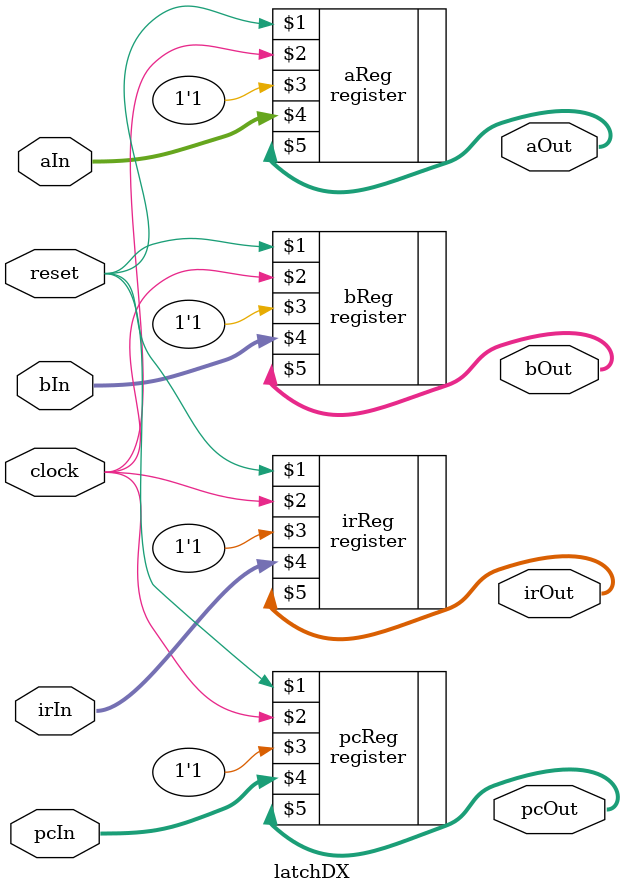
<source format=v>
module latchDX(pcIn, pcOut, irIn, irOut, aIn, aOut, bIn, bOut, clock, reset);
	input[31:0] pcIn, irIn, aIn, bIn;
	output[31:0] pcOut, irOut, aOut, bOut;
	input clock, reset;
	
	register pcReg(reset, clock, 1'b1, pcIn, pcOut);
	register irReg(reset, clock, 1'b1, irIn, irOut);
	register aReg(reset, clock, 1'b1, aIn, aOut);
	register bReg(reset, clock, 1'b1, bIn, bOut);

endmodule
</source>
